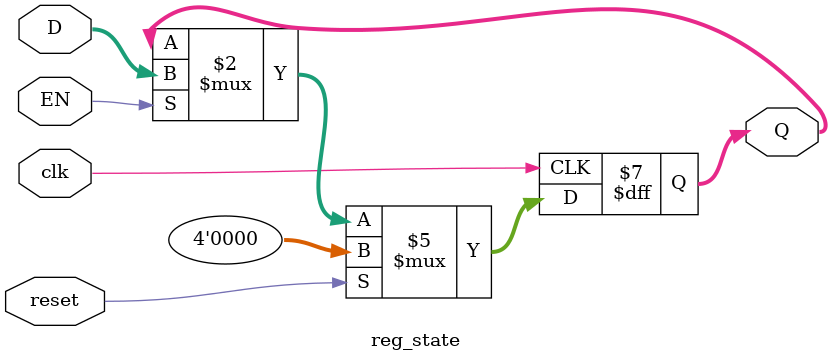
<source format=v>
`timescale 1ns / 1ps

module reg_state #(parameter W = 4)(
    input               clk,
    input               reset,
    input               EN,
    input       [W-1:0] D,
    output reg  [W-1:0] Q
    );

    always @(posedge clk) begin
        if (reset)
            Q <= {W{1'b0}};
        else if (EN)
            Q <= D;
    end

endmodule

</source>
